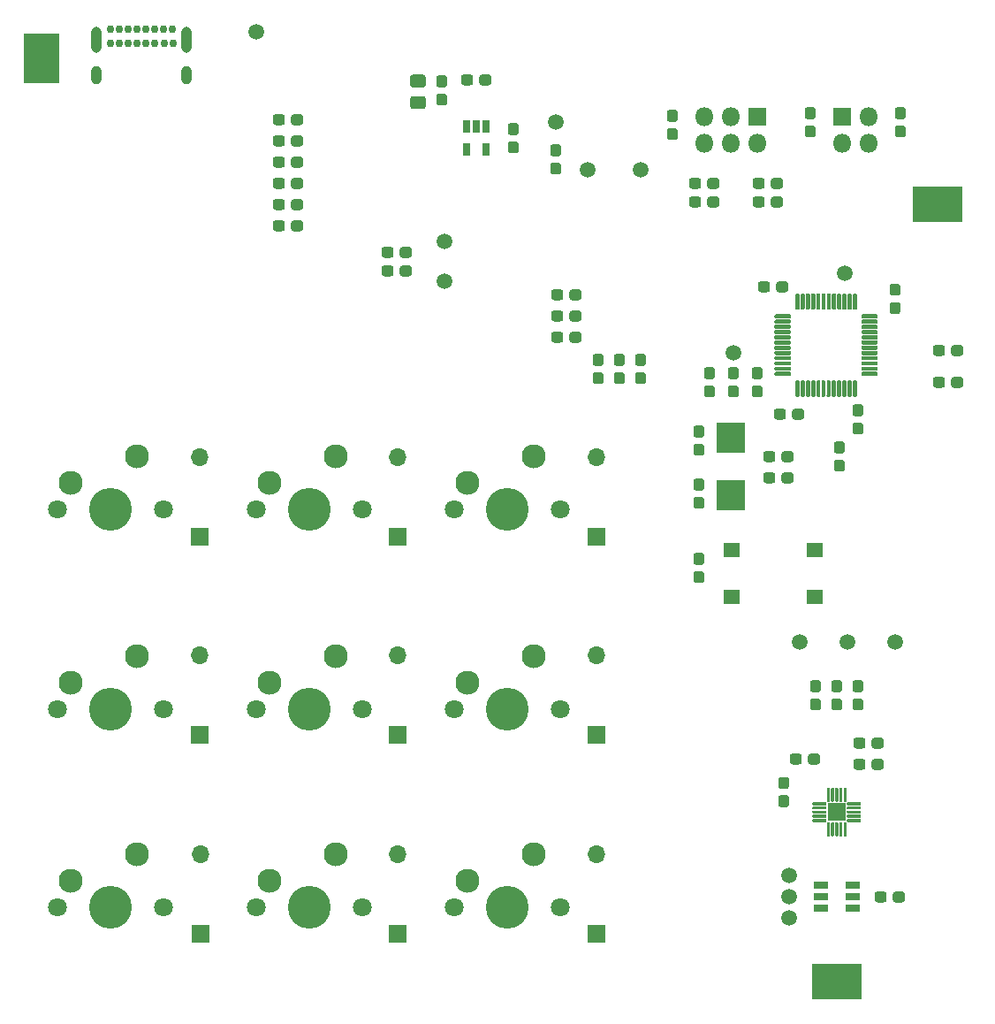
<source format=gbr>
%TF.GenerationSoftware,KiCad,Pcbnew,(5.1.6)-1*%
%TF.CreationDate,2020-09-26T21:35:22-04:00*%
%TF.ProjectId,QAZ_testboard,51415a5f-7465-4737-9462-6f6172642e6b,v1.0*%
%TF.SameCoordinates,Original*%
%TF.FileFunction,Soldermask,Top*%
%TF.FilePolarity,Negative*%
%FSLAX46Y46*%
G04 Gerber Fmt 4.6, Leading zero omitted, Abs format (unit mm)*
G04 Created by KiCad (PCBNEW (5.1.6)-1) date 2020-09-26 21:35:22*
%MOMM*%
%LPD*%
G01*
G04 APERTURE LIST*
%ADD10R,4.700000X3.400000*%
%ADD11C,1.500000*%
%ADD12R,1.750000X1.750000*%
%ADD13R,2.700000X3.000000*%
%ADD14R,0.750000X1.160000*%
%ADD15R,3.400000X4.700000*%
%ADD16C,1.800000*%
%ADD17C,4.100000*%
%ADD18C,2.300000*%
%ADD19R,1.650000X1.400000*%
%ADD20R,1.400000X0.800000*%
%ADD21O,1.700000X1.700000*%
%ADD22R,1.700000X1.700000*%
%ADD23O,1.800000X1.800000*%
%ADD24R,1.800000X1.800000*%
%ADD25C,0.750000*%
%ADD26O,1.000000X2.500000*%
%ADD27O,1.000000X1.800000*%
G04 APERTURE END LIST*
D10*
%TO.C,TP3*%
X172212000Y-60198000D03*
%TD*%
%TO.C,C11*%
G36*
G01*
X158288000Y-80526500D02*
X158288000Y-80001500D01*
G75*
G02*
X158550500Y-79739000I262500J0D01*
G01*
X159175500Y-79739000D01*
G75*
G02*
X159438000Y-80001500I0J-262500D01*
G01*
X159438000Y-80526500D01*
G75*
G02*
X159175500Y-80789000I-262500J0D01*
G01*
X158550500Y-80789000D01*
G75*
G02*
X158288000Y-80526500I0J262500D01*
G01*
G37*
G36*
G01*
X156538000Y-80526500D02*
X156538000Y-80001500D01*
G75*
G02*
X156800500Y-79739000I262500J0D01*
G01*
X157425500Y-79739000D01*
G75*
G02*
X157688000Y-80001500I0J-262500D01*
G01*
X157688000Y-80526500D01*
G75*
G02*
X157425500Y-80789000I-262500J0D01*
G01*
X156800500Y-80789000D01*
G75*
G02*
X156538000Y-80526500I0J262500D01*
G01*
G37*
%TD*%
D11*
%TO.C,TP14*%
X124968000Y-67564000D03*
%TD*%
%TO.C,TP13*%
X124968000Y-63754000D03*
%TD*%
D12*
%TO.C,U3*%
X162560000Y-118364000D03*
G36*
G01*
X160235000Y-118039000D02*
X160235000Y-117889000D01*
G75*
G02*
X160310000Y-117814000I75000J0D01*
G01*
X161510000Y-117814000D01*
G75*
G02*
X161585000Y-117889000I0J-75000D01*
G01*
X161585000Y-118039000D01*
G75*
G02*
X161510000Y-118114000I-75000J0D01*
G01*
X160310000Y-118114000D01*
G75*
G02*
X160235000Y-118039000I0J75000D01*
G01*
G37*
G36*
G01*
X160235000Y-117639000D02*
X160235000Y-117489000D01*
G75*
G02*
X160310000Y-117414000I75000J0D01*
G01*
X161510000Y-117414000D01*
G75*
G02*
X161585000Y-117489000I0J-75000D01*
G01*
X161585000Y-117639000D01*
G75*
G02*
X161510000Y-117714000I-75000J0D01*
G01*
X160310000Y-117714000D01*
G75*
G02*
X160235000Y-117639000I0J75000D01*
G01*
G37*
G36*
G01*
X160235000Y-118439000D02*
X160235000Y-118289000D01*
G75*
G02*
X160310000Y-118214000I75000J0D01*
G01*
X161510000Y-118214000D01*
G75*
G02*
X161585000Y-118289000I0J-75000D01*
G01*
X161585000Y-118439000D01*
G75*
G02*
X161510000Y-118514000I-75000J0D01*
G01*
X160310000Y-118514000D01*
G75*
G02*
X160235000Y-118439000I0J75000D01*
G01*
G37*
G36*
G01*
X162010000Y-120614000D02*
X162010000Y-119414000D01*
G75*
G02*
X162085000Y-119339000I75000J0D01*
G01*
X162235000Y-119339000D01*
G75*
G02*
X162310000Y-119414000I0J-75000D01*
G01*
X162310000Y-120614000D01*
G75*
G02*
X162235000Y-120689000I-75000J0D01*
G01*
X162085000Y-120689000D01*
G75*
G02*
X162010000Y-120614000I0J75000D01*
G01*
G37*
G36*
G01*
X163535000Y-118839000D02*
X163535000Y-118689000D01*
G75*
G02*
X163610000Y-118614000I75000J0D01*
G01*
X164810000Y-118614000D01*
G75*
G02*
X164885000Y-118689000I0J-75000D01*
G01*
X164885000Y-118839000D01*
G75*
G02*
X164810000Y-118914000I-75000J0D01*
G01*
X163610000Y-118914000D01*
G75*
G02*
X163535000Y-118839000I0J75000D01*
G01*
G37*
G36*
G01*
X162810000Y-120614000D02*
X162810000Y-119414000D01*
G75*
G02*
X162885000Y-119339000I75000J0D01*
G01*
X163035000Y-119339000D01*
G75*
G02*
X163110000Y-119414000I0J-75000D01*
G01*
X163110000Y-120614000D01*
G75*
G02*
X163035000Y-120689000I-75000J0D01*
G01*
X162885000Y-120689000D01*
G75*
G02*
X162810000Y-120614000I0J75000D01*
G01*
G37*
G36*
G01*
X161610000Y-117314000D02*
X161610000Y-116114000D01*
G75*
G02*
X161685000Y-116039000I75000J0D01*
G01*
X161835000Y-116039000D01*
G75*
G02*
X161910000Y-116114000I0J-75000D01*
G01*
X161910000Y-117314000D01*
G75*
G02*
X161835000Y-117389000I-75000J0D01*
G01*
X161685000Y-117389000D01*
G75*
G02*
X161610000Y-117314000I0J75000D01*
G01*
G37*
G36*
G01*
X162810000Y-117314000D02*
X162810000Y-116114000D01*
G75*
G02*
X162885000Y-116039000I75000J0D01*
G01*
X163035000Y-116039000D01*
G75*
G02*
X163110000Y-116114000I0J-75000D01*
G01*
X163110000Y-117314000D01*
G75*
G02*
X163035000Y-117389000I-75000J0D01*
G01*
X162885000Y-117389000D01*
G75*
G02*
X162810000Y-117314000I0J75000D01*
G01*
G37*
G36*
G01*
X160235000Y-118839000D02*
X160235000Y-118689000D01*
G75*
G02*
X160310000Y-118614000I75000J0D01*
G01*
X161510000Y-118614000D01*
G75*
G02*
X161585000Y-118689000I0J-75000D01*
G01*
X161585000Y-118839000D01*
G75*
G02*
X161510000Y-118914000I-75000J0D01*
G01*
X160310000Y-118914000D01*
G75*
G02*
X160235000Y-118839000I0J75000D01*
G01*
G37*
G36*
G01*
X162410000Y-120614000D02*
X162410000Y-119414000D01*
G75*
G02*
X162485000Y-119339000I75000J0D01*
G01*
X162635000Y-119339000D01*
G75*
G02*
X162710000Y-119414000I0J-75000D01*
G01*
X162710000Y-120614000D01*
G75*
G02*
X162635000Y-120689000I-75000J0D01*
G01*
X162485000Y-120689000D01*
G75*
G02*
X162410000Y-120614000I0J75000D01*
G01*
G37*
G36*
G01*
X163535000Y-117639000D02*
X163535000Y-117489000D01*
G75*
G02*
X163610000Y-117414000I75000J0D01*
G01*
X164810000Y-117414000D01*
G75*
G02*
X164885000Y-117489000I0J-75000D01*
G01*
X164885000Y-117639000D01*
G75*
G02*
X164810000Y-117714000I-75000J0D01*
G01*
X163610000Y-117714000D01*
G75*
G02*
X163535000Y-117639000I0J75000D01*
G01*
G37*
G36*
G01*
X163210000Y-120614000D02*
X163210000Y-119414000D01*
G75*
G02*
X163285000Y-119339000I75000J0D01*
G01*
X163435000Y-119339000D01*
G75*
G02*
X163510000Y-119414000I0J-75000D01*
G01*
X163510000Y-120614000D01*
G75*
G02*
X163435000Y-120689000I-75000J0D01*
G01*
X163285000Y-120689000D01*
G75*
G02*
X163210000Y-120614000I0J75000D01*
G01*
G37*
G36*
G01*
X162010000Y-117314000D02*
X162010000Y-116114000D01*
G75*
G02*
X162085000Y-116039000I75000J0D01*
G01*
X162235000Y-116039000D01*
G75*
G02*
X162310000Y-116114000I0J-75000D01*
G01*
X162310000Y-117314000D01*
G75*
G02*
X162235000Y-117389000I-75000J0D01*
G01*
X162085000Y-117389000D01*
G75*
G02*
X162010000Y-117314000I0J75000D01*
G01*
G37*
G36*
G01*
X163210000Y-117314000D02*
X163210000Y-116114000D01*
G75*
G02*
X163285000Y-116039000I75000J0D01*
G01*
X163435000Y-116039000D01*
G75*
G02*
X163510000Y-116114000I0J-75000D01*
G01*
X163510000Y-117314000D01*
G75*
G02*
X163435000Y-117389000I-75000J0D01*
G01*
X163285000Y-117389000D01*
G75*
G02*
X163210000Y-117314000I0J75000D01*
G01*
G37*
G36*
G01*
X163535000Y-118439000D02*
X163535000Y-118289000D01*
G75*
G02*
X163610000Y-118214000I75000J0D01*
G01*
X164810000Y-118214000D01*
G75*
G02*
X164885000Y-118289000I0J-75000D01*
G01*
X164885000Y-118439000D01*
G75*
G02*
X164810000Y-118514000I-75000J0D01*
G01*
X163610000Y-118514000D01*
G75*
G02*
X163535000Y-118439000I0J75000D01*
G01*
G37*
G36*
G01*
X160235000Y-119239000D02*
X160235000Y-119089000D01*
G75*
G02*
X160310000Y-119014000I75000J0D01*
G01*
X161510000Y-119014000D01*
G75*
G02*
X161585000Y-119089000I0J-75000D01*
G01*
X161585000Y-119239000D01*
G75*
G02*
X161510000Y-119314000I-75000J0D01*
G01*
X160310000Y-119314000D01*
G75*
G02*
X160235000Y-119239000I0J75000D01*
G01*
G37*
G36*
G01*
X163535000Y-119239000D02*
X163535000Y-119089000D01*
G75*
G02*
X163610000Y-119014000I75000J0D01*
G01*
X164810000Y-119014000D01*
G75*
G02*
X164885000Y-119089000I0J-75000D01*
G01*
X164885000Y-119239000D01*
G75*
G02*
X164810000Y-119314000I-75000J0D01*
G01*
X163610000Y-119314000D01*
G75*
G02*
X163535000Y-119239000I0J75000D01*
G01*
G37*
G36*
G01*
X162410000Y-117314000D02*
X162410000Y-116114000D01*
G75*
G02*
X162485000Y-116039000I75000J0D01*
G01*
X162635000Y-116039000D01*
G75*
G02*
X162710000Y-116114000I0J-75000D01*
G01*
X162710000Y-117314000D01*
G75*
G02*
X162635000Y-117389000I-75000J0D01*
G01*
X162485000Y-117389000D01*
G75*
G02*
X162410000Y-117314000I0J75000D01*
G01*
G37*
G36*
G01*
X161610000Y-120614000D02*
X161610000Y-119414000D01*
G75*
G02*
X161685000Y-119339000I75000J0D01*
G01*
X161835000Y-119339000D01*
G75*
G02*
X161910000Y-119414000I0J-75000D01*
G01*
X161910000Y-120614000D01*
G75*
G02*
X161835000Y-120689000I-75000J0D01*
G01*
X161685000Y-120689000D01*
G75*
G02*
X161610000Y-120614000I0J75000D01*
G01*
G37*
G36*
G01*
X163535000Y-118039000D02*
X163535000Y-117889000D01*
G75*
G02*
X163610000Y-117814000I75000J0D01*
G01*
X164810000Y-117814000D01*
G75*
G02*
X164885000Y-117889000I0J-75000D01*
G01*
X164885000Y-118039000D01*
G75*
G02*
X164810000Y-118114000I-75000J0D01*
G01*
X163610000Y-118114000D01*
G75*
G02*
X163535000Y-118039000I0J75000D01*
G01*
G37*
%TD*%
D13*
%TO.C,Y1*%
X152400000Y-87994000D03*
X152400000Y-82494000D03*
%TD*%
%TO.C,U2*%
G36*
G01*
X158069000Y-76610000D02*
X156694000Y-76610000D01*
G75*
G02*
X156594000Y-76510000I0J100000D01*
G01*
X156594000Y-76310000D01*
G75*
G02*
X156694000Y-76210000I100000J0D01*
G01*
X158069000Y-76210000D01*
G75*
G02*
X158169000Y-76310000I0J-100000D01*
G01*
X158169000Y-76510000D01*
G75*
G02*
X158069000Y-76610000I-100000J0D01*
G01*
G37*
G36*
G01*
X158069000Y-76110000D02*
X156694000Y-76110000D01*
G75*
G02*
X156594000Y-76010000I0J100000D01*
G01*
X156594000Y-75810000D01*
G75*
G02*
X156694000Y-75710000I100000J0D01*
G01*
X158069000Y-75710000D01*
G75*
G02*
X158169000Y-75810000I0J-100000D01*
G01*
X158169000Y-76010000D01*
G75*
G02*
X158069000Y-76110000I-100000J0D01*
G01*
G37*
G36*
G01*
X158069000Y-75610000D02*
X156694000Y-75610000D01*
G75*
G02*
X156594000Y-75510000I0J100000D01*
G01*
X156594000Y-75310000D01*
G75*
G02*
X156694000Y-75210000I100000J0D01*
G01*
X158069000Y-75210000D01*
G75*
G02*
X158169000Y-75310000I0J-100000D01*
G01*
X158169000Y-75510000D01*
G75*
G02*
X158069000Y-75610000I-100000J0D01*
G01*
G37*
G36*
G01*
X158069000Y-75110000D02*
X156694000Y-75110000D01*
G75*
G02*
X156594000Y-75010000I0J100000D01*
G01*
X156594000Y-74810000D01*
G75*
G02*
X156694000Y-74710000I100000J0D01*
G01*
X158069000Y-74710000D01*
G75*
G02*
X158169000Y-74810000I0J-100000D01*
G01*
X158169000Y-75010000D01*
G75*
G02*
X158069000Y-75110000I-100000J0D01*
G01*
G37*
G36*
G01*
X158069000Y-74610000D02*
X156694000Y-74610000D01*
G75*
G02*
X156594000Y-74510000I0J100000D01*
G01*
X156594000Y-74310000D01*
G75*
G02*
X156694000Y-74210000I100000J0D01*
G01*
X158069000Y-74210000D01*
G75*
G02*
X158169000Y-74310000I0J-100000D01*
G01*
X158169000Y-74510000D01*
G75*
G02*
X158069000Y-74610000I-100000J0D01*
G01*
G37*
G36*
G01*
X158069000Y-74110000D02*
X156694000Y-74110000D01*
G75*
G02*
X156594000Y-74010000I0J100000D01*
G01*
X156594000Y-73810000D01*
G75*
G02*
X156694000Y-73710000I100000J0D01*
G01*
X158069000Y-73710000D01*
G75*
G02*
X158169000Y-73810000I0J-100000D01*
G01*
X158169000Y-74010000D01*
G75*
G02*
X158069000Y-74110000I-100000J0D01*
G01*
G37*
G36*
G01*
X158069000Y-73610000D02*
X156694000Y-73610000D01*
G75*
G02*
X156594000Y-73510000I0J100000D01*
G01*
X156594000Y-73310000D01*
G75*
G02*
X156694000Y-73210000I100000J0D01*
G01*
X158069000Y-73210000D01*
G75*
G02*
X158169000Y-73310000I0J-100000D01*
G01*
X158169000Y-73510000D01*
G75*
G02*
X158069000Y-73610000I-100000J0D01*
G01*
G37*
G36*
G01*
X158069000Y-73110000D02*
X156694000Y-73110000D01*
G75*
G02*
X156594000Y-73010000I0J100000D01*
G01*
X156594000Y-72810000D01*
G75*
G02*
X156694000Y-72710000I100000J0D01*
G01*
X158069000Y-72710000D01*
G75*
G02*
X158169000Y-72810000I0J-100000D01*
G01*
X158169000Y-73010000D01*
G75*
G02*
X158069000Y-73110000I-100000J0D01*
G01*
G37*
G36*
G01*
X158069000Y-72610000D02*
X156694000Y-72610000D01*
G75*
G02*
X156594000Y-72510000I0J100000D01*
G01*
X156594000Y-72310000D01*
G75*
G02*
X156694000Y-72210000I100000J0D01*
G01*
X158069000Y-72210000D01*
G75*
G02*
X158169000Y-72310000I0J-100000D01*
G01*
X158169000Y-72510000D01*
G75*
G02*
X158069000Y-72610000I-100000J0D01*
G01*
G37*
G36*
G01*
X158069000Y-72110000D02*
X156694000Y-72110000D01*
G75*
G02*
X156594000Y-72010000I0J100000D01*
G01*
X156594000Y-71810000D01*
G75*
G02*
X156694000Y-71710000I100000J0D01*
G01*
X158069000Y-71710000D01*
G75*
G02*
X158169000Y-71810000I0J-100000D01*
G01*
X158169000Y-72010000D01*
G75*
G02*
X158069000Y-72110000I-100000J0D01*
G01*
G37*
G36*
G01*
X158069000Y-71610000D02*
X156694000Y-71610000D01*
G75*
G02*
X156594000Y-71510000I0J100000D01*
G01*
X156594000Y-71310000D01*
G75*
G02*
X156694000Y-71210000I100000J0D01*
G01*
X158069000Y-71210000D01*
G75*
G02*
X158169000Y-71310000I0J-100000D01*
G01*
X158169000Y-71510000D01*
G75*
G02*
X158069000Y-71610000I-100000J0D01*
G01*
G37*
G36*
G01*
X158069000Y-71110000D02*
X156694000Y-71110000D01*
G75*
G02*
X156594000Y-71010000I0J100000D01*
G01*
X156594000Y-70810000D01*
G75*
G02*
X156694000Y-70710000I100000J0D01*
G01*
X158069000Y-70710000D01*
G75*
G02*
X158169000Y-70810000I0J-100000D01*
G01*
X158169000Y-71010000D01*
G75*
G02*
X158069000Y-71110000I-100000J0D01*
G01*
G37*
G36*
G01*
X158894000Y-70285000D02*
X158694000Y-70285000D01*
G75*
G02*
X158594000Y-70185000I0J100000D01*
G01*
X158594000Y-68810000D01*
G75*
G02*
X158694000Y-68710000I100000J0D01*
G01*
X158894000Y-68710000D01*
G75*
G02*
X158994000Y-68810000I0J-100000D01*
G01*
X158994000Y-70185000D01*
G75*
G02*
X158894000Y-70285000I-100000J0D01*
G01*
G37*
G36*
G01*
X159394000Y-70285000D02*
X159194000Y-70285000D01*
G75*
G02*
X159094000Y-70185000I0J100000D01*
G01*
X159094000Y-68810000D01*
G75*
G02*
X159194000Y-68710000I100000J0D01*
G01*
X159394000Y-68710000D01*
G75*
G02*
X159494000Y-68810000I0J-100000D01*
G01*
X159494000Y-70185000D01*
G75*
G02*
X159394000Y-70285000I-100000J0D01*
G01*
G37*
G36*
G01*
X159894000Y-70285000D02*
X159694000Y-70285000D01*
G75*
G02*
X159594000Y-70185000I0J100000D01*
G01*
X159594000Y-68810000D01*
G75*
G02*
X159694000Y-68710000I100000J0D01*
G01*
X159894000Y-68710000D01*
G75*
G02*
X159994000Y-68810000I0J-100000D01*
G01*
X159994000Y-70185000D01*
G75*
G02*
X159894000Y-70285000I-100000J0D01*
G01*
G37*
G36*
G01*
X160394000Y-70285000D02*
X160194000Y-70285000D01*
G75*
G02*
X160094000Y-70185000I0J100000D01*
G01*
X160094000Y-68810000D01*
G75*
G02*
X160194000Y-68710000I100000J0D01*
G01*
X160394000Y-68710000D01*
G75*
G02*
X160494000Y-68810000I0J-100000D01*
G01*
X160494000Y-70185000D01*
G75*
G02*
X160394000Y-70285000I-100000J0D01*
G01*
G37*
G36*
G01*
X160894000Y-70285000D02*
X160694000Y-70285000D01*
G75*
G02*
X160594000Y-70185000I0J100000D01*
G01*
X160594000Y-68810000D01*
G75*
G02*
X160694000Y-68710000I100000J0D01*
G01*
X160894000Y-68710000D01*
G75*
G02*
X160994000Y-68810000I0J-100000D01*
G01*
X160994000Y-70185000D01*
G75*
G02*
X160894000Y-70285000I-100000J0D01*
G01*
G37*
G36*
G01*
X161394000Y-70285000D02*
X161194000Y-70285000D01*
G75*
G02*
X161094000Y-70185000I0J100000D01*
G01*
X161094000Y-68810000D01*
G75*
G02*
X161194000Y-68710000I100000J0D01*
G01*
X161394000Y-68710000D01*
G75*
G02*
X161494000Y-68810000I0J-100000D01*
G01*
X161494000Y-70185000D01*
G75*
G02*
X161394000Y-70285000I-100000J0D01*
G01*
G37*
G36*
G01*
X161894000Y-70285000D02*
X161694000Y-70285000D01*
G75*
G02*
X161594000Y-70185000I0J100000D01*
G01*
X161594000Y-68810000D01*
G75*
G02*
X161694000Y-68710000I100000J0D01*
G01*
X161894000Y-68710000D01*
G75*
G02*
X161994000Y-68810000I0J-100000D01*
G01*
X161994000Y-70185000D01*
G75*
G02*
X161894000Y-70285000I-100000J0D01*
G01*
G37*
G36*
G01*
X162394000Y-70285000D02*
X162194000Y-70285000D01*
G75*
G02*
X162094000Y-70185000I0J100000D01*
G01*
X162094000Y-68810000D01*
G75*
G02*
X162194000Y-68710000I100000J0D01*
G01*
X162394000Y-68710000D01*
G75*
G02*
X162494000Y-68810000I0J-100000D01*
G01*
X162494000Y-70185000D01*
G75*
G02*
X162394000Y-70285000I-100000J0D01*
G01*
G37*
G36*
G01*
X162894000Y-70285000D02*
X162694000Y-70285000D01*
G75*
G02*
X162594000Y-70185000I0J100000D01*
G01*
X162594000Y-68810000D01*
G75*
G02*
X162694000Y-68710000I100000J0D01*
G01*
X162894000Y-68710000D01*
G75*
G02*
X162994000Y-68810000I0J-100000D01*
G01*
X162994000Y-70185000D01*
G75*
G02*
X162894000Y-70285000I-100000J0D01*
G01*
G37*
G36*
G01*
X163394000Y-70285000D02*
X163194000Y-70285000D01*
G75*
G02*
X163094000Y-70185000I0J100000D01*
G01*
X163094000Y-68810000D01*
G75*
G02*
X163194000Y-68710000I100000J0D01*
G01*
X163394000Y-68710000D01*
G75*
G02*
X163494000Y-68810000I0J-100000D01*
G01*
X163494000Y-70185000D01*
G75*
G02*
X163394000Y-70285000I-100000J0D01*
G01*
G37*
G36*
G01*
X163894000Y-70285000D02*
X163694000Y-70285000D01*
G75*
G02*
X163594000Y-70185000I0J100000D01*
G01*
X163594000Y-68810000D01*
G75*
G02*
X163694000Y-68710000I100000J0D01*
G01*
X163894000Y-68710000D01*
G75*
G02*
X163994000Y-68810000I0J-100000D01*
G01*
X163994000Y-70185000D01*
G75*
G02*
X163894000Y-70285000I-100000J0D01*
G01*
G37*
G36*
G01*
X164394000Y-70285000D02*
X164194000Y-70285000D01*
G75*
G02*
X164094000Y-70185000I0J100000D01*
G01*
X164094000Y-68810000D01*
G75*
G02*
X164194000Y-68710000I100000J0D01*
G01*
X164394000Y-68710000D01*
G75*
G02*
X164494000Y-68810000I0J-100000D01*
G01*
X164494000Y-70185000D01*
G75*
G02*
X164394000Y-70285000I-100000J0D01*
G01*
G37*
G36*
G01*
X166394000Y-71110000D02*
X165019000Y-71110000D01*
G75*
G02*
X164919000Y-71010000I0J100000D01*
G01*
X164919000Y-70810000D01*
G75*
G02*
X165019000Y-70710000I100000J0D01*
G01*
X166394000Y-70710000D01*
G75*
G02*
X166494000Y-70810000I0J-100000D01*
G01*
X166494000Y-71010000D01*
G75*
G02*
X166394000Y-71110000I-100000J0D01*
G01*
G37*
G36*
G01*
X166394000Y-71610000D02*
X165019000Y-71610000D01*
G75*
G02*
X164919000Y-71510000I0J100000D01*
G01*
X164919000Y-71310000D01*
G75*
G02*
X165019000Y-71210000I100000J0D01*
G01*
X166394000Y-71210000D01*
G75*
G02*
X166494000Y-71310000I0J-100000D01*
G01*
X166494000Y-71510000D01*
G75*
G02*
X166394000Y-71610000I-100000J0D01*
G01*
G37*
G36*
G01*
X166394000Y-72110000D02*
X165019000Y-72110000D01*
G75*
G02*
X164919000Y-72010000I0J100000D01*
G01*
X164919000Y-71810000D01*
G75*
G02*
X165019000Y-71710000I100000J0D01*
G01*
X166394000Y-71710000D01*
G75*
G02*
X166494000Y-71810000I0J-100000D01*
G01*
X166494000Y-72010000D01*
G75*
G02*
X166394000Y-72110000I-100000J0D01*
G01*
G37*
G36*
G01*
X166394000Y-72610000D02*
X165019000Y-72610000D01*
G75*
G02*
X164919000Y-72510000I0J100000D01*
G01*
X164919000Y-72310000D01*
G75*
G02*
X165019000Y-72210000I100000J0D01*
G01*
X166394000Y-72210000D01*
G75*
G02*
X166494000Y-72310000I0J-100000D01*
G01*
X166494000Y-72510000D01*
G75*
G02*
X166394000Y-72610000I-100000J0D01*
G01*
G37*
G36*
G01*
X166394000Y-73110000D02*
X165019000Y-73110000D01*
G75*
G02*
X164919000Y-73010000I0J100000D01*
G01*
X164919000Y-72810000D01*
G75*
G02*
X165019000Y-72710000I100000J0D01*
G01*
X166394000Y-72710000D01*
G75*
G02*
X166494000Y-72810000I0J-100000D01*
G01*
X166494000Y-73010000D01*
G75*
G02*
X166394000Y-73110000I-100000J0D01*
G01*
G37*
G36*
G01*
X166394000Y-73610000D02*
X165019000Y-73610000D01*
G75*
G02*
X164919000Y-73510000I0J100000D01*
G01*
X164919000Y-73310000D01*
G75*
G02*
X165019000Y-73210000I100000J0D01*
G01*
X166394000Y-73210000D01*
G75*
G02*
X166494000Y-73310000I0J-100000D01*
G01*
X166494000Y-73510000D01*
G75*
G02*
X166394000Y-73610000I-100000J0D01*
G01*
G37*
G36*
G01*
X166394000Y-74110000D02*
X165019000Y-74110000D01*
G75*
G02*
X164919000Y-74010000I0J100000D01*
G01*
X164919000Y-73810000D01*
G75*
G02*
X165019000Y-73710000I100000J0D01*
G01*
X166394000Y-73710000D01*
G75*
G02*
X166494000Y-73810000I0J-100000D01*
G01*
X166494000Y-74010000D01*
G75*
G02*
X166394000Y-74110000I-100000J0D01*
G01*
G37*
G36*
G01*
X166394000Y-74610000D02*
X165019000Y-74610000D01*
G75*
G02*
X164919000Y-74510000I0J100000D01*
G01*
X164919000Y-74310000D01*
G75*
G02*
X165019000Y-74210000I100000J0D01*
G01*
X166394000Y-74210000D01*
G75*
G02*
X166494000Y-74310000I0J-100000D01*
G01*
X166494000Y-74510000D01*
G75*
G02*
X166394000Y-74610000I-100000J0D01*
G01*
G37*
G36*
G01*
X166394000Y-75110000D02*
X165019000Y-75110000D01*
G75*
G02*
X164919000Y-75010000I0J100000D01*
G01*
X164919000Y-74810000D01*
G75*
G02*
X165019000Y-74710000I100000J0D01*
G01*
X166394000Y-74710000D01*
G75*
G02*
X166494000Y-74810000I0J-100000D01*
G01*
X166494000Y-75010000D01*
G75*
G02*
X166394000Y-75110000I-100000J0D01*
G01*
G37*
G36*
G01*
X166394000Y-75610000D02*
X165019000Y-75610000D01*
G75*
G02*
X164919000Y-75510000I0J100000D01*
G01*
X164919000Y-75310000D01*
G75*
G02*
X165019000Y-75210000I100000J0D01*
G01*
X166394000Y-75210000D01*
G75*
G02*
X166494000Y-75310000I0J-100000D01*
G01*
X166494000Y-75510000D01*
G75*
G02*
X166394000Y-75610000I-100000J0D01*
G01*
G37*
G36*
G01*
X166394000Y-76110000D02*
X165019000Y-76110000D01*
G75*
G02*
X164919000Y-76010000I0J100000D01*
G01*
X164919000Y-75810000D01*
G75*
G02*
X165019000Y-75710000I100000J0D01*
G01*
X166394000Y-75710000D01*
G75*
G02*
X166494000Y-75810000I0J-100000D01*
G01*
X166494000Y-76010000D01*
G75*
G02*
X166394000Y-76110000I-100000J0D01*
G01*
G37*
G36*
G01*
X166394000Y-76610000D02*
X165019000Y-76610000D01*
G75*
G02*
X164919000Y-76510000I0J100000D01*
G01*
X164919000Y-76310000D01*
G75*
G02*
X165019000Y-76210000I100000J0D01*
G01*
X166394000Y-76210000D01*
G75*
G02*
X166494000Y-76310000I0J-100000D01*
G01*
X166494000Y-76510000D01*
G75*
G02*
X166394000Y-76610000I-100000J0D01*
G01*
G37*
G36*
G01*
X164394000Y-78610000D02*
X164194000Y-78610000D01*
G75*
G02*
X164094000Y-78510000I0J100000D01*
G01*
X164094000Y-77135000D01*
G75*
G02*
X164194000Y-77035000I100000J0D01*
G01*
X164394000Y-77035000D01*
G75*
G02*
X164494000Y-77135000I0J-100000D01*
G01*
X164494000Y-78510000D01*
G75*
G02*
X164394000Y-78610000I-100000J0D01*
G01*
G37*
G36*
G01*
X163894000Y-78610000D02*
X163694000Y-78610000D01*
G75*
G02*
X163594000Y-78510000I0J100000D01*
G01*
X163594000Y-77135000D01*
G75*
G02*
X163694000Y-77035000I100000J0D01*
G01*
X163894000Y-77035000D01*
G75*
G02*
X163994000Y-77135000I0J-100000D01*
G01*
X163994000Y-78510000D01*
G75*
G02*
X163894000Y-78610000I-100000J0D01*
G01*
G37*
G36*
G01*
X163394000Y-78610000D02*
X163194000Y-78610000D01*
G75*
G02*
X163094000Y-78510000I0J100000D01*
G01*
X163094000Y-77135000D01*
G75*
G02*
X163194000Y-77035000I100000J0D01*
G01*
X163394000Y-77035000D01*
G75*
G02*
X163494000Y-77135000I0J-100000D01*
G01*
X163494000Y-78510000D01*
G75*
G02*
X163394000Y-78610000I-100000J0D01*
G01*
G37*
G36*
G01*
X162894000Y-78610000D02*
X162694000Y-78610000D01*
G75*
G02*
X162594000Y-78510000I0J100000D01*
G01*
X162594000Y-77135000D01*
G75*
G02*
X162694000Y-77035000I100000J0D01*
G01*
X162894000Y-77035000D01*
G75*
G02*
X162994000Y-77135000I0J-100000D01*
G01*
X162994000Y-78510000D01*
G75*
G02*
X162894000Y-78610000I-100000J0D01*
G01*
G37*
G36*
G01*
X162394000Y-78610000D02*
X162194000Y-78610000D01*
G75*
G02*
X162094000Y-78510000I0J100000D01*
G01*
X162094000Y-77135000D01*
G75*
G02*
X162194000Y-77035000I100000J0D01*
G01*
X162394000Y-77035000D01*
G75*
G02*
X162494000Y-77135000I0J-100000D01*
G01*
X162494000Y-78510000D01*
G75*
G02*
X162394000Y-78610000I-100000J0D01*
G01*
G37*
G36*
G01*
X161894000Y-78610000D02*
X161694000Y-78610000D01*
G75*
G02*
X161594000Y-78510000I0J100000D01*
G01*
X161594000Y-77135000D01*
G75*
G02*
X161694000Y-77035000I100000J0D01*
G01*
X161894000Y-77035000D01*
G75*
G02*
X161994000Y-77135000I0J-100000D01*
G01*
X161994000Y-78510000D01*
G75*
G02*
X161894000Y-78610000I-100000J0D01*
G01*
G37*
G36*
G01*
X161394000Y-78610000D02*
X161194000Y-78610000D01*
G75*
G02*
X161094000Y-78510000I0J100000D01*
G01*
X161094000Y-77135000D01*
G75*
G02*
X161194000Y-77035000I100000J0D01*
G01*
X161394000Y-77035000D01*
G75*
G02*
X161494000Y-77135000I0J-100000D01*
G01*
X161494000Y-78510000D01*
G75*
G02*
X161394000Y-78610000I-100000J0D01*
G01*
G37*
G36*
G01*
X160894000Y-78610000D02*
X160694000Y-78610000D01*
G75*
G02*
X160594000Y-78510000I0J100000D01*
G01*
X160594000Y-77135000D01*
G75*
G02*
X160694000Y-77035000I100000J0D01*
G01*
X160894000Y-77035000D01*
G75*
G02*
X160994000Y-77135000I0J-100000D01*
G01*
X160994000Y-78510000D01*
G75*
G02*
X160894000Y-78610000I-100000J0D01*
G01*
G37*
G36*
G01*
X160394000Y-78610000D02*
X160194000Y-78610000D01*
G75*
G02*
X160094000Y-78510000I0J100000D01*
G01*
X160094000Y-77135000D01*
G75*
G02*
X160194000Y-77035000I100000J0D01*
G01*
X160394000Y-77035000D01*
G75*
G02*
X160494000Y-77135000I0J-100000D01*
G01*
X160494000Y-78510000D01*
G75*
G02*
X160394000Y-78610000I-100000J0D01*
G01*
G37*
G36*
G01*
X159894000Y-78610000D02*
X159694000Y-78610000D01*
G75*
G02*
X159594000Y-78510000I0J100000D01*
G01*
X159594000Y-77135000D01*
G75*
G02*
X159694000Y-77035000I100000J0D01*
G01*
X159894000Y-77035000D01*
G75*
G02*
X159994000Y-77135000I0J-100000D01*
G01*
X159994000Y-78510000D01*
G75*
G02*
X159894000Y-78610000I-100000J0D01*
G01*
G37*
G36*
G01*
X159394000Y-78610000D02*
X159194000Y-78610000D01*
G75*
G02*
X159094000Y-78510000I0J100000D01*
G01*
X159094000Y-77135000D01*
G75*
G02*
X159194000Y-77035000I100000J0D01*
G01*
X159394000Y-77035000D01*
G75*
G02*
X159494000Y-77135000I0J-100000D01*
G01*
X159494000Y-78510000D01*
G75*
G02*
X159394000Y-78610000I-100000J0D01*
G01*
G37*
G36*
G01*
X158894000Y-78610000D02*
X158694000Y-78610000D01*
G75*
G02*
X158594000Y-78510000I0J100000D01*
G01*
X158594000Y-77135000D01*
G75*
G02*
X158694000Y-77035000I100000J0D01*
G01*
X158894000Y-77035000D01*
G75*
G02*
X158994000Y-77135000I0J-100000D01*
G01*
X158994000Y-78510000D01*
G75*
G02*
X158894000Y-78610000I-100000J0D01*
G01*
G37*
%TD*%
D14*
%TO.C,U1*%
X128966000Y-54948000D03*
X127066000Y-54948000D03*
X127066000Y-52748000D03*
X128016000Y-52748000D03*
X128966000Y-52748000D03*
%TD*%
D11*
%TO.C,TP17*%
X157988000Y-128524000D03*
%TD*%
%TO.C,TP16*%
X157988000Y-126492000D03*
%TD*%
%TO.C,TP15*%
X157988000Y-124460000D03*
%TD*%
%TO.C,TP12*%
X163322000Y-66802000D03*
%TD*%
%TO.C,TP9*%
X159004000Y-102108000D03*
%TD*%
%TO.C,TP11*%
X163576000Y-102108000D03*
%TD*%
%TO.C,TP10*%
X168148000Y-102108000D03*
%TD*%
%TO.C,TP8*%
X152654000Y-74422000D03*
%TD*%
%TO.C,TP7*%
X143764000Y-56896000D03*
%TD*%
%TO.C,TP6*%
X138684000Y-56896000D03*
%TD*%
%TO.C,TP5*%
X135636000Y-52324000D03*
%TD*%
D10*
%TO.C,TP4*%
X162560000Y-134620000D03*
%TD*%
D15*
%TO.C,TP2*%
X86360000Y-46228000D03*
%TD*%
D11*
%TO.C,TP1*%
X106934000Y-43688000D03*
%TD*%
D16*
%TO.C,SW10*%
X136080000Y-127500000D03*
X125920000Y-127500000D03*
D17*
X131000000Y-127500000D03*
D18*
X127190000Y-124960000D03*
X133540000Y-122420000D03*
%TD*%
D16*
%TO.C,SW9*%
X136080000Y-108500000D03*
X125920000Y-108500000D03*
D17*
X131000000Y-108500000D03*
D18*
X127190000Y-105960000D03*
X133540000Y-103420000D03*
%TD*%
D16*
%TO.C,SW8*%
X136080000Y-89408000D03*
X125920000Y-89408000D03*
D17*
X131000000Y-89408000D03*
D18*
X127190000Y-86868000D03*
X133540000Y-84328000D03*
%TD*%
D16*
%TO.C,SW7*%
X117080000Y-127500000D03*
X106920000Y-127500000D03*
D17*
X112000000Y-127500000D03*
D18*
X108190000Y-124960000D03*
X114540000Y-122420000D03*
%TD*%
D16*
%TO.C,SW6*%
X117080000Y-108500000D03*
X106920000Y-108500000D03*
D17*
X112000000Y-108500000D03*
D18*
X108190000Y-105960000D03*
X114540000Y-103420000D03*
%TD*%
D16*
%TO.C,SW5*%
X117080000Y-89408000D03*
X106920000Y-89408000D03*
D17*
X112000000Y-89408000D03*
D18*
X108190000Y-86868000D03*
X114540000Y-84328000D03*
%TD*%
D16*
%TO.C,SW4*%
X98080000Y-127500000D03*
X87920000Y-127500000D03*
D17*
X93000000Y-127500000D03*
D18*
X89190000Y-124960000D03*
X95540000Y-122420000D03*
%TD*%
D16*
%TO.C,SW3*%
X98080000Y-108500000D03*
X87920000Y-108500000D03*
D17*
X93000000Y-108500000D03*
D18*
X89190000Y-105960000D03*
X95540000Y-103420000D03*
%TD*%
D16*
%TO.C,SW2*%
X98080000Y-89408000D03*
X87920000Y-89408000D03*
D17*
X93000000Y-89408000D03*
D18*
X89190000Y-86868000D03*
X95540000Y-84328000D03*
%TD*%
D19*
%TO.C,SW1*%
X152484000Y-93254000D03*
X152484000Y-97754000D03*
X160444000Y-97754000D03*
X160444000Y-93254000D03*
%TD*%
%TO.C,SB20*%
G36*
G01*
X167940000Y-126754500D02*
X167940000Y-126229500D01*
G75*
G02*
X168202500Y-125967000I262500J0D01*
G01*
X168827500Y-125967000D01*
G75*
G02*
X169090000Y-126229500I0J-262500D01*
G01*
X169090000Y-126754500D01*
G75*
G02*
X168827500Y-127017000I-262500J0D01*
G01*
X168202500Y-127017000D01*
G75*
G02*
X167940000Y-126754500I0J262500D01*
G01*
G37*
G36*
G01*
X166190000Y-126754500D02*
X166190000Y-126229500D01*
G75*
G02*
X166452500Y-125967000I262500J0D01*
G01*
X167077500Y-125967000D01*
G75*
G02*
X167340000Y-126229500I0J-262500D01*
G01*
X167340000Y-126754500D01*
G75*
G02*
X167077500Y-127017000I-262500J0D01*
G01*
X166452500Y-127017000D01*
G75*
G02*
X166190000Y-126754500I0J262500D01*
G01*
G37*
%TD*%
%TO.C,SB19*%
G36*
G01*
X141994500Y-75646000D02*
X141469500Y-75646000D01*
G75*
G02*
X141207000Y-75383500I0J262500D01*
G01*
X141207000Y-74758500D01*
G75*
G02*
X141469500Y-74496000I262500J0D01*
G01*
X141994500Y-74496000D01*
G75*
G02*
X142257000Y-74758500I0J-262500D01*
G01*
X142257000Y-75383500D01*
G75*
G02*
X141994500Y-75646000I-262500J0D01*
G01*
G37*
G36*
G01*
X141994500Y-77396000D02*
X141469500Y-77396000D01*
G75*
G02*
X141207000Y-77133500I0J262500D01*
G01*
X141207000Y-76508500D01*
G75*
G02*
X141469500Y-76246000I262500J0D01*
G01*
X141994500Y-76246000D01*
G75*
G02*
X142257000Y-76508500I0J-262500D01*
G01*
X142257000Y-77133500D01*
G75*
G02*
X141994500Y-77396000I-262500J0D01*
G01*
G37*
%TD*%
%TO.C,SB18*%
G36*
G01*
X136952000Y-71128500D02*
X136952000Y-70603500D01*
G75*
G02*
X137214500Y-70341000I262500J0D01*
G01*
X137839500Y-70341000D01*
G75*
G02*
X138102000Y-70603500I0J-262500D01*
G01*
X138102000Y-71128500D01*
G75*
G02*
X137839500Y-71391000I-262500J0D01*
G01*
X137214500Y-71391000D01*
G75*
G02*
X136952000Y-71128500I0J262500D01*
G01*
G37*
G36*
G01*
X135202000Y-71128500D02*
X135202000Y-70603500D01*
G75*
G02*
X135464500Y-70341000I262500J0D01*
G01*
X136089500Y-70341000D01*
G75*
G02*
X136352000Y-70603500I0J-262500D01*
G01*
X136352000Y-71128500D01*
G75*
G02*
X136089500Y-71391000I-262500J0D01*
G01*
X135464500Y-71391000D01*
G75*
G02*
X135202000Y-71128500I0J262500D01*
G01*
G37*
%TD*%
%TO.C,SB17*%
G36*
G01*
X136952000Y-69096500D02*
X136952000Y-68571500D01*
G75*
G02*
X137214500Y-68309000I262500J0D01*
G01*
X137839500Y-68309000D01*
G75*
G02*
X138102000Y-68571500I0J-262500D01*
G01*
X138102000Y-69096500D01*
G75*
G02*
X137839500Y-69359000I-262500J0D01*
G01*
X137214500Y-69359000D01*
G75*
G02*
X136952000Y-69096500I0J262500D01*
G01*
G37*
G36*
G01*
X135202000Y-69096500D02*
X135202000Y-68571500D01*
G75*
G02*
X135464500Y-68309000I262500J0D01*
G01*
X136089500Y-68309000D01*
G75*
G02*
X136352000Y-68571500I0J-262500D01*
G01*
X136352000Y-69096500D01*
G75*
G02*
X136089500Y-69359000I-262500J0D01*
G01*
X135464500Y-69359000D01*
G75*
G02*
X135202000Y-69096500I0J262500D01*
G01*
G37*
%TD*%
%TO.C,SB16*%
G36*
G01*
X162297500Y-107488000D02*
X162822500Y-107488000D01*
G75*
G02*
X163085000Y-107750500I0J-262500D01*
G01*
X163085000Y-108375500D01*
G75*
G02*
X162822500Y-108638000I-262500J0D01*
G01*
X162297500Y-108638000D01*
G75*
G02*
X162035000Y-108375500I0J262500D01*
G01*
X162035000Y-107750500D01*
G75*
G02*
X162297500Y-107488000I262500J0D01*
G01*
G37*
G36*
G01*
X162297500Y-105738000D02*
X162822500Y-105738000D01*
G75*
G02*
X163085000Y-106000500I0J-262500D01*
G01*
X163085000Y-106625500D01*
G75*
G02*
X162822500Y-106888000I-262500J0D01*
G01*
X162297500Y-106888000D01*
G75*
G02*
X162035000Y-106625500I0J262500D01*
G01*
X162035000Y-106000500D01*
G75*
G02*
X162297500Y-105738000I262500J0D01*
G01*
G37*
%TD*%
%TO.C,SB15*%
G36*
G01*
X164329500Y-107488000D02*
X164854500Y-107488000D01*
G75*
G02*
X165117000Y-107750500I0J-262500D01*
G01*
X165117000Y-108375500D01*
G75*
G02*
X164854500Y-108638000I-262500J0D01*
G01*
X164329500Y-108638000D01*
G75*
G02*
X164067000Y-108375500I0J262500D01*
G01*
X164067000Y-107750500D01*
G75*
G02*
X164329500Y-107488000I262500J0D01*
G01*
G37*
G36*
G01*
X164329500Y-105738000D02*
X164854500Y-105738000D01*
G75*
G02*
X165117000Y-106000500I0J-262500D01*
G01*
X165117000Y-106625500D01*
G75*
G02*
X164854500Y-106888000I-262500J0D01*
G01*
X164329500Y-106888000D01*
G75*
G02*
X164067000Y-106625500I0J262500D01*
G01*
X164067000Y-106000500D01*
G75*
G02*
X164329500Y-105738000I262500J0D01*
G01*
G37*
%TD*%
%TO.C,SB14*%
G36*
G01*
X160265500Y-107488000D02*
X160790500Y-107488000D01*
G75*
G02*
X161053000Y-107750500I0J-262500D01*
G01*
X161053000Y-108375500D01*
G75*
G02*
X160790500Y-108638000I-262500J0D01*
G01*
X160265500Y-108638000D01*
G75*
G02*
X160003000Y-108375500I0J262500D01*
G01*
X160003000Y-107750500D01*
G75*
G02*
X160265500Y-107488000I262500J0D01*
G01*
G37*
G36*
G01*
X160265500Y-105738000D02*
X160790500Y-105738000D01*
G75*
G02*
X161053000Y-106000500I0J-262500D01*
G01*
X161053000Y-106625500D01*
G75*
G02*
X160790500Y-106888000I-262500J0D01*
G01*
X160265500Y-106888000D01*
G75*
G02*
X160003000Y-106625500I0J262500D01*
G01*
X160003000Y-106000500D01*
G75*
G02*
X160265500Y-105738000I262500J0D01*
G01*
G37*
%TD*%
%TO.C,SB13*%
G36*
G01*
X165908000Y-112022500D02*
X165908000Y-111497500D01*
G75*
G02*
X166170500Y-111235000I262500J0D01*
G01*
X166795500Y-111235000D01*
G75*
G02*
X167058000Y-111497500I0J-262500D01*
G01*
X167058000Y-112022500D01*
G75*
G02*
X166795500Y-112285000I-262500J0D01*
G01*
X166170500Y-112285000D01*
G75*
G02*
X165908000Y-112022500I0J262500D01*
G01*
G37*
G36*
G01*
X164158000Y-112022500D02*
X164158000Y-111497500D01*
G75*
G02*
X164420500Y-111235000I262500J0D01*
G01*
X165045500Y-111235000D01*
G75*
G02*
X165308000Y-111497500I0J-262500D01*
G01*
X165308000Y-112022500D01*
G75*
G02*
X165045500Y-112285000I-262500J0D01*
G01*
X164420500Y-112285000D01*
G75*
G02*
X164158000Y-112022500I0J262500D01*
G01*
G37*
%TD*%
%TO.C,SB12*%
G36*
G01*
X147074500Y-52278000D02*
X146549500Y-52278000D01*
G75*
G02*
X146287000Y-52015500I0J262500D01*
G01*
X146287000Y-51390500D01*
G75*
G02*
X146549500Y-51128000I262500J0D01*
G01*
X147074500Y-51128000D01*
G75*
G02*
X147337000Y-51390500I0J-262500D01*
G01*
X147337000Y-52015500D01*
G75*
G02*
X147074500Y-52278000I-262500J0D01*
G01*
G37*
G36*
G01*
X147074500Y-54028000D02*
X146549500Y-54028000D01*
G75*
G02*
X146287000Y-53765500I0J262500D01*
G01*
X146287000Y-53140500D01*
G75*
G02*
X146549500Y-52878000I262500J0D01*
G01*
X147074500Y-52878000D01*
G75*
G02*
X147337000Y-53140500I0J-262500D01*
G01*
X147337000Y-53765500D01*
G75*
G02*
X147074500Y-54028000I-262500J0D01*
G01*
G37*
%TD*%
%TO.C,SB11*%
G36*
G01*
X155656000Y-59681500D02*
X155656000Y-60206500D01*
G75*
G02*
X155393500Y-60469000I-262500J0D01*
G01*
X154768500Y-60469000D01*
G75*
G02*
X154506000Y-60206500I0J262500D01*
G01*
X154506000Y-59681500D01*
G75*
G02*
X154768500Y-59419000I262500J0D01*
G01*
X155393500Y-59419000D01*
G75*
G02*
X155656000Y-59681500I0J-262500D01*
G01*
G37*
G36*
G01*
X157406000Y-59681500D02*
X157406000Y-60206500D01*
G75*
G02*
X157143500Y-60469000I-262500J0D01*
G01*
X156518500Y-60469000D01*
G75*
G02*
X156256000Y-60206500I0J262500D01*
G01*
X156256000Y-59681500D01*
G75*
G02*
X156518500Y-59419000I262500J0D01*
G01*
X157143500Y-59419000D01*
G75*
G02*
X157406000Y-59681500I0J-262500D01*
G01*
G37*
%TD*%
%TO.C,SB10*%
G36*
G01*
X149560000Y-59681500D02*
X149560000Y-60206500D01*
G75*
G02*
X149297500Y-60469000I-262500J0D01*
G01*
X148672500Y-60469000D01*
G75*
G02*
X148410000Y-60206500I0J262500D01*
G01*
X148410000Y-59681500D01*
G75*
G02*
X148672500Y-59419000I262500J0D01*
G01*
X149297500Y-59419000D01*
G75*
G02*
X149560000Y-59681500I0J-262500D01*
G01*
G37*
G36*
G01*
X151310000Y-59681500D02*
X151310000Y-60206500D01*
G75*
G02*
X151047500Y-60469000I-262500J0D01*
G01*
X150422500Y-60469000D01*
G75*
G02*
X150160000Y-60206500I0J262500D01*
G01*
X150160000Y-59681500D01*
G75*
G02*
X150422500Y-59419000I262500J0D01*
G01*
X151047500Y-59419000D01*
G75*
G02*
X151310000Y-59681500I0J-262500D01*
G01*
G37*
%TD*%
%TO.C,SB9*%
G36*
G01*
X120696000Y-65032500D02*
X120696000Y-64507500D01*
G75*
G02*
X120958500Y-64245000I262500J0D01*
G01*
X121583500Y-64245000D01*
G75*
G02*
X121846000Y-64507500I0J-262500D01*
G01*
X121846000Y-65032500D01*
G75*
G02*
X121583500Y-65295000I-262500J0D01*
G01*
X120958500Y-65295000D01*
G75*
G02*
X120696000Y-65032500I0J262500D01*
G01*
G37*
G36*
G01*
X118946000Y-65032500D02*
X118946000Y-64507500D01*
G75*
G02*
X119208500Y-64245000I262500J0D01*
G01*
X119833500Y-64245000D01*
G75*
G02*
X120096000Y-64507500I0J-262500D01*
G01*
X120096000Y-65032500D01*
G75*
G02*
X119833500Y-65295000I-262500J0D01*
G01*
X119208500Y-65295000D01*
G75*
G02*
X118946000Y-65032500I0J262500D01*
G01*
G37*
%TD*%
%TO.C,SB8*%
G36*
G01*
X120696000Y-66810500D02*
X120696000Y-66285500D01*
G75*
G02*
X120958500Y-66023000I262500J0D01*
G01*
X121583500Y-66023000D01*
G75*
G02*
X121846000Y-66285500I0J-262500D01*
G01*
X121846000Y-66810500D01*
G75*
G02*
X121583500Y-67073000I-262500J0D01*
G01*
X120958500Y-67073000D01*
G75*
G02*
X120696000Y-66810500I0J262500D01*
G01*
G37*
G36*
G01*
X118946000Y-66810500D02*
X118946000Y-66285500D01*
G75*
G02*
X119208500Y-66023000I262500J0D01*
G01*
X119833500Y-66023000D01*
G75*
G02*
X120096000Y-66285500I0J-262500D01*
G01*
X120096000Y-66810500D01*
G75*
G02*
X119833500Y-67073000I-262500J0D01*
G01*
X119208500Y-67073000D01*
G75*
G02*
X118946000Y-66810500I0J262500D01*
G01*
G37*
%TD*%
%TO.C,SB7*%
G36*
G01*
X168918500Y-52024000D02*
X168393500Y-52024000D01*
G75*
G02*
X168131000Y-51761500I0J262500D01*
G01*
X168131000Y-51136500D01*
G75*
G02*
X168393500Y-50874000I262500J0D01*
G01*
X168918500Y-50874000D01*
G75*
G02*
X169181000Y-51136500I0J-262500D01*
G01*
X169181000Y-51761500D01*
G75*
G02*
X168918500Y-52024000I-262500J0D01*
G01*
G37*
G36*
G01*
X168918500Y-53774000D02*
X168393500Y-53774000D01*
G75*
G02*
X168131000Y-53511500I0J262500D01*
G01*
X168131000Y-52886500D01*
G75*
G02*
X168393500Y-52624000I262500J0D01*
G01*
X168918500Y-52624000D01*
G75*
G02*
X169181000Y-52886500I0J-262500D01*
G01*
X169181000Y-53511500D01*
G75*
G02*
X168918500Y-53774000I-262500J0D01*
G01*
G37*
%TD*%
%TO.C,SB6*%
G36*
G01*
X160282500Y-52024000D02*
X159757500Y-52024000D01*
G75*
G02*
X159495000Y-51761500I0J262500D01*
G01*
X159495000Y-51136500D01*
G75*
G02*
X159757500Y-50874000I262500J0D01*
G01*
X160282500Y-50874000D01*
G75*
G02*
X160545000Y-51136500I0J-262500D01*
G01*
X160545000Y-51761500D01*
G75*
G02*
X160282500Y-52024000I-262500J0D01*
G01*
G37*
G36*
G01*
X160282500Y-53774000D02*
X159757500Y-53774000D01*
G75*
G02*
X159495000Y-53511500I0J262500D01*
G01*
X159495000Y-52886500D01*
G75*
G02*
X159757500Y-52624000I262500J0D01*
G01*
X160282500Y-52624000D01*
G75*
G02*
X160545000Y-52886500I0J-262500D01*
G01*
X160545000Y-53511500D01*
G75*
G02*
X160282500Y-53774000I-262500J0D01*
G01*
G37*
%TD*%
%TO.C,SB5*%
G36*
G01*
X135373500Y-56180000D02*
X135898500Y-56180000D01*
G75*
G02*
X136161000Y-56442500I0J-262500D01*
G01*
X136161000Y-57067500D01*
G75*
G02*
X135898500Y-57330000I-262500J0D01*
G01*
X135373500Y-57330000D01*
G75*
G02*
X135111000Y-57067500I0J262500D01*
G01*
X135111000Y-56442500D01*
G75*
G02*
X135373500Y-56180000I262500J0D01*
G01*
G37*
G36*
G01*
X135373500Y-54430000D02*
X135898500Y-54430000D01*
G75*
G02*
X136161000Y-54692500I0J-262500D01*
G01*
X136161000Y-55317500D01*
G75*
G02*
X135898500Y-55580000I-262500J0D01*
G01*
X135373500Y-55580000D01*
G75*
G02*
X135111000Y-55317500I0J262500D01*
G01*
X135111000Y-54692500D01*
G75*
G02*
X135373500Y-54430000I262500J0D01*
G01*
G37*
%TD*%
%TO.C,SB4*%
G36*
G01*
X157272000Y-86622500D02*
X157272000Y-86097500D01*
G75*
G02*
X157534500Y-85835000I262500J0D01*
G01*
X158159500Y-85835000D01*
G75*
G02*
X158422000Y-86097500I0J-262500D01*
G01*
X158422000Y-86622500D01*
G75*
G02*
X158159500Y-86885000I-262500J0D01*
G01*
X157534500Y-86885000D01*
G75*
G02*
X157272000Y-86622500I0J262500D01*
G01*
G37*
G36*
G01*
X155522000Y-86622500D02*
X155522000Y-86097500D01*
G75*
G02*
X155784500Y-85835000I262500J0D01*
G01*
X156409500Y-85835000D01*
G75*
G02*
X156672000Y-86097500I0J-262500D01*
G01*
X156672000Y-86622500D01*
G75*
G02*
X156409500Y-86885000I-262500J0D01*
G01*
X155784500Y-86885000D01*
G75*
G02*
X155522000Y-86622500I0J262500D01*
G01*
G37*
%TD*%
%TO.C,SB3*%
G36*
G01*
X157272000Y-84590500D02*
X157272000Y-84065500D01*
G75*
G02*
X157534500Y-83803000I262500J0D01*
G01*
X158159500Y-83803000D01*
G75*
G02*
X158422000Y-84065500I0J-262500D01*
G01*
X158422000Y-84590500D01*
G75*
G02*
X158159500Y-84853000I-262500J0D01*
G01*
X157534500Y-84853000D01*
G75*
G02*
X157272000Y-84590500I0J262500D01*
G01*
G37*
G36*
G01*
X155522000Y-84590500D02*
X155522000Y-84065500D01*
G75*
G02*
X155784500Y-83803000I262500J0D01*
G01*
X156409500Y-83803000D01*
G75*
G02*
X156672000Y-84065500I0J-262500D01*
G01*
X156672000Y-84590500D01*
G75*
G02*
X156409500Y-84853000I-262500J0D01*
G01*
X155784500Y-84853000D01*
G75*
G02*
X155522000Y-84590500I0J262500D01*
G01*
G37*
%TD*%
%TO.C,SB2*%
G36*
G01*
X128316000Y-48522500D02*
X128316000Y-47997500D01*
G75*
G02*
X128578500Y-47735000I262500J0D01*
G01*
X129203500Y-47735000D01*
G75*
G02*
X129466000Y-47997500I0J-262500D01*
G01*
X129466000Y-48522500D01*
G75*
G02*
X129203500Y-48785000I-262500J0D01*
G01*
X128578500Y-48785000D01*
G75*
G02*
X128316000Y-48522500I0J262500D01*
G01*
G37*
G36*
G01*
X126566000Y-48522500D02*
X126566000Y-47997500D01*
G75*
G02*
X126828500Y-47735000I262500J0D01*
G01*
X127453500Y-47735000D01*
G75*
G02*
X127716000Y-47997500I0J-262500D01*
G01*
X127716000Y-48522500D01*
G75*
G02*
X127453500Y-48785000I-262500J0D01*
G01*
X126828500Y-48785000D01*
G75*
G02*
X126566000Y-48522500I0J262500D01*
G01*
G37*
%TD*%
%TO.C,SB1*%
G36*
G01*
X163076500Y-84028000D02*
X162551500Y-84028000D01*
G75*
G02*
X162289000Y-83765500I0J262500D01*
G01*
X162289000Y-83140500D01*
G75*
G02*
X162551500Y-82878000I262500J0D01*
G01*
X163076500Y-82878000D01*
G75*
G02*
X163339000Y-83140500I0J-262500D01*
G01*
X163339000Y-83765500D01*
G75*
G02*
X163076500Y-84028000I-262500J0D01*
G01*
G37*
G36*
G01*
X163076500Y-85778000D02*
X162551500Y-85778000D01*
G75*
G02*
X162289000Y-85515500I0J262500D01*
G01*
X162289000Y-84890500D01*
G75*
G02*
X162551500Y-84628000I262500J0D01*
G01*
X163076500Y-84628000D01*
G75*
G02*
X163339000Y-84890500I0J-262500D01*
G01*
X163339000Y-85515500D01*
G75*
G02*
X163076500Y-85778000I-262500J0D01*
G01*
G37*
%TD*%
%TO.C,R14*%
G36*
G01*
X150160000Y-58428500D02*
X150160000Y-57903500D01*
G75*
G02*
X150422500Y-57641000I262500J0D01*
G01*
X151047500Y-57641000D01*
G75*
G02*
X151310000Y-57903500I0J-262500D01*
G01*
X151310000Y-58428500D01*
G75*
G02*
X151047500Y-58691000I-262500J0D01*
G01*
X150422500Y-58691000D01*
G75*
G02*
X150160000Y-58428500I0J262500D01*
G01*
G37*
G36*
G01*
X148410000Y-58428500D02*
X148410000Y-57903500D01*
G75*
G02*
X148672500Y-57641000I262500J0D01*
G01*
X149297500Y-57641000D01*
G75*
G02*
X149560000Y-57903500I0J-262500D01*
G01*
X149560000Y-58428500D01*
G75*
G02*
X149297500Y-58691000I-262500J0D01*
G01*
X148672500Y-58691000D01*
G75*
G02*
X148410000Y-58428500I0J262500D01*
G01*
G37*
%TD*%
%TO.C,R13*%
G36*
G01*
X156256000Y-58428500D02*
X156256000Y-57903500D01*
G75*
G02*
X156518500Y-57641000I262500J0D01*
G01*
X157143500Y-57641000D01*
G75*
G02*
X157406000Y-57903500I0J-262500D01*
G01*
X157406000Y-58428500D01*
G75*
G02*
X157143500Y-58691000I-262500J0D01*
G01*
X156518500Y-58691000D01*
G75*
G02*
X156256000Y-58428500I0J262500D01*
G01*
G37*
G36*
G01*
X154506000Y-58428500D02*
X154506000Y-57903500D01*
G75*
G02*
X154768500Y-57641000I262500J0D01*
G01*
X155393500Y-57641000D01*
G75*
G02*
X155656000Y-57903500I0J-262500D01*
G01*
X155656000Y-58428500D01*
G75*
G02*
X155393500Y-58691000I-262500J0D01*
G01*
X154768500Y-58691000D01*
G75*
G02*
X154506000Y-58428500I0J262500D01*
G01*
G37*
%TD*%
%TO.C,R11*%
G36*
G01*
X144026500Y-75646000D02*
X143501500Y-75646000D01*
G75*
G02*
X143239000Y-75383500I0J262500D01*
G01*
X143239000Y-74758500D01*
G75*
G02*
X143501500Y-74496000I262500J0D01*
G01*
X144026500Y-74496000D01*
G75*
G02*
X144289000Y-74758500I0J-262500D01*
G01*
X144289000Y-75383500D01*
G75*
G02*
X144026500Y-75646000I-262500J0D01*
G01*
G37*
G36*
G01*
X144026500Y-77396000D02*
X143501500Y-77396000D01*
G75*
G02*
X143239000Y-77133500I0J262500D01*
G01*
X143239000Y-76508500D01*
G75*
G02*
X143501500Y-76246000I262500J0D01*
G01*
X144026500Y-76246000D01*
G75*
G02*
X144289000Y-76508500I0J-262500D01*
G01*
X144289000Y-77133500D01*
G75*
G02*
X144026500Y-77396000I-262500J0D01*
G01*
G37*
%TD*%
%TO.C,R10*%
G36*
G01*
X139962500Y-75646000D02*
X139437500Y-75646000D01*
G75*
G02*
X139175000Y-75383500I0J262500D01*
G01*
X139175000Y-74758500D01*
G75*
G02*
X139437500Y-74496000I262500J0D01*
G01*
X139962500Y-74496000D01*
G75*
G02*
X140225000Y-74758500I0J-262500D01*
G01*
X140225000Y-75383500D01*
G75*
G02*
X139962500Y-75646000I-262500J0D01*
G01*
G37*
G36*
G01*
X139962500Y-77396000D02*
X139437500Y-77396000D01*
G75*
G02*
X139175000Y-77133500I0J262500D01*
G01*
X139175000Y-76508500D01*
G75*
G02*
X139437500Y-76246000I262500J0D01*
G01*
X139962500Y-76246000D01*
G75*
G02*
X140225000Y-76508500I0J-262500D01*
G01*
X140225000Y-77133500D01*
G75*
G02*
X139962500Y-77396000I-262500J0D01*
G01*
G37*
%TD*%
%TO.C,R9*%
G36*
G01*
X136952000Y-73160500D02*
X136952000Y-72635500D01*
G75*
G02*
X137214500Y-72373000I262500J0D01*
G01*
X137839500Y-72373000D01*
G75*
G02*
X138102000Y-72635500I0J-262500D01*
G01*
X138102000Y-73160500D01*
G75*
G02*
X137839500Y-73423000I-262500J0D01*
G01*
X137214500Y-73423000D01*
G75*
G02*
X136952000Y-73160500I0J262500D01*
G01*
G37*
G36*
G01*
X135202000Y-73160500D02*
X135202000Y-72635500D01*
G75*
G02*
X135464500Y-72373000I262500J0D01*
G01*
X136089500Y-72373000D01*
G75*
G02*
X136352000Y-72635500I0J-262500D01*
G01*
X136352000Y-73160500D01*
G75*
G02*
X136089500Y-73423000I-262500J0D01*
G01*
X135464500Y-73423000D01*
G75*
G02*
X135202000Y-73160500I0J262500D01*
G01*
G37*
%TD*%
%TO.C,R8*%
G36*
G01*
X173528000Y-74430500D02*
X173528000Y-73905500D01*
G75*
G02*
X173790500Y-73643000I262500J0D01*
G01*
X174415500Y-73643000D01*
G75*
G02*
X174678000Y-73905500I0J-262500D01*
G01*
X174678000Y-74430500D01*
G75*
G02*
X174415500Y-74693000I-262500J0D01*
G01*
X173790500Y-74693000D01*
G75*
G02*
X173528000Y-74430500I0J262500D01*
G01*
G37*
G36*
G01*
X171778000Y-74430500D02*
X171778000Y-73905500D01*
G75*
G02*
X172040500Y-73643000I262500J0D01*
G01*
X172665500Y-73643000D01*
G75*
G02*
X172928000Y-73905500I0J-262500D01*
G01*
X172928000Y-74430500D01*
G75*
G02*
X172665500Y-74693000I-262500J0D01*
G01*
X172040500Y-74693000D01*
G75*
G02*
X171778000Y-74430500I0J262500D01*
G01*
G37*
%TD*%
%TO.C,R7*%
G36*
G01*
X173528000Y-77478500D02*
X173528000Y-76953500D01*
G75*
G02*
X173790500Y-76691000I262500J0D01*
G01*
X174415500Y-76691000D01*
G75*
G02*
X174678000Y-76953500I0J-262500D01*
G01*
X174678000Y-77478500D01*
G75*
G02*
X174415500Y-77741000I-262500J0D01*
G01*
X173790500Y-77741000D01*
G75*
G02*
X173528000Y-77478500I0J262500D01*
G01*
G37*
G36*
G01*
X171778000Y-77478500D02*
X171778000Y-76953500D01*
G75*
G02*
X172040500Y-76691000I262500J0D01*
G01*
X172665500Y-76691000D01*
G75*
G02*
X172928000Y-76953500I0J-262500D01*
G01*
X172928000Y-77478500D01*
G75*
G02*
X172665500Y-77741000I-262500J0D01*
G01*
X172040500Y-77741000D01*
G75*
G02*
X171778000Y-77478500I0J262500D01*
G01*
G37*
%TD*%
%TO.C,R6*%
G36*
G01*
X159812000Y-113546500D02*
X159812000Y-113021500D01*
G75*
G02*
X160074500Y-112759000I262500J0D01*
G01*
X160699500Y-112759000D01*
G75*
G02*
X160962000Y-113021500I0J-262500D01*
G01*
X160962000Y-113546500D01*
G75*
G02*
X160699500Y-113809000I-262500J0D01*
G01*
X160074500Y-113809000D01*
G75*
G02*
X159812000Y-113546500I0J262500D01*
G01*
G37*
G36*
G01*
X158062000Y-113546500D02*
X158062000Y-113021500D01*
G75*
G02*
X158324500Y-112759000I262500J0D01*
G01*
X158949500Y-112759000D01*
G75*
G02*
X159212000Y-113021500I0J-262500D01*
G01*
X159212000Y-113546500D01*
G75*
G02*
X158949500Y-113809000I-262500J0D01*
G01*
X158324500Y-113809000D01*
G75*
G02*
X158062000Y-113546500I0J262500D01*
G01*
G37*
%TD*%
%TO.C,R5*%
G36*
G01*
X110282000Y-62492500D02*
X110282000Y-61967500D01*
G75*
G02*
X110544500Y-61705000I262500J0D01*
G01*
X111169500Y-61705000D01*
G75*
G02*
X111432000Y-61967500I0J-262500D01*
G01*
X111432000Y-62492500D01*
G75*
G02*
X111169500Y-62755000I-262500J0D01*
G01*
X110544500Y-62755000D01*
G75*
G02*
X110282000Y-62492500I0J262500D01*
G01*
G37*
G36*
G01*
X108532000Y-62492500D02*
X108532000Y-61967500D01*
G75*
G02*
X108794500Y-61705000I262500J0D01*
G01*
X109419500Y-61705000D01*
G75*
G02*
X109682000Y-61967500I0J-262500D01*
G01*
X109682000Y-62492500D01*
G75*
G02*
X109419500Y-62755000I-262500J0D01*
G01*
X108794500Y-62755000D01*
G75*
G02*
X108532000Y-62492500I0J262500D01*
G01*
G37*
%TD*%
%TO.C,R4*%
G36*
G01*
X150630500Y-76916000D02*
X150105500Y-76916000D01*
G75*
G02*
X149843000Y-76653500I0J262500D01*
G01*
X149843000Y-76028500D01*
G75*
G02*
X150105500Y-75766000I262500J0D01*
G01*
X150630500Y-75766000D01*
G75*
G02*
X150893000Y-76028500I0J-262500D01*
G01*
X150893000Y-76653500D01*
G75*
G02*
X150630500Y-76916000I-262500J0D01*
G01*
G37*
G36*
G01*
X150630500Y-78666000D02*
X150105500Y-78666000D01*
G75*
G02*
X149843000Y-78403500I0J262500D01*
G01*
X149843000Y-77778500D01*
G75*
G02*
X150105500Y-77516000I262500J0D01*
G01*
X150630500Y-77516000D01*
G75*
G02*
X150893000Y-77778500I0J-262500D01*
G01*
X150893000Y-78403500D01*
G75*
G02*
X150630500Y-78666000I-262500J0D01*
G01*
G37*
%TD*%
%TO.C,R3*%
G36*
G01*
X152391500Y-77516000D02*
X152916500Y-77516000D01*
G75*
G02*
X153179000Y-77778500I0J-262500D01*
G01*
X153179000Y-78403500D01*
G75*
G02*
X152916500Y-78666000I-262500J0D01*
G01*
X152391500Y-78666000D01*
G75*
G02*
X152129000Y-78403500I0J262500D01*
G01*
X152129000Y-77778500D01*
G75*
G02*
X152391500Y-77516000I262500J0D01*
G01*
G37*
G36*
G01*
X152391500Y-75766000D02*
X152916500Y-75766000D01*
G75*
G02*
X153179000Y-76028500I0J-262500D01*
G01*
X153179000Y-76653500D01*
G75*
G02*
X152916500Y-76916000I-262500J0D01*
G01*
X152391500Y-76916000D01*
G75*
G02*
X152129000Y-76653500I0J262500D01*
G01*
X152129000Y-76028500D01*
G75*
G02*
X152391500Y-75766000I262500J0D01*
G01*
G37*
%TD*%
%TO.C,R2*%
G36*
G01*
X110282000Y-58428500D02*
X110282000Y-57903500D01*
G75*
G02*
X110544500Y-57641000I262500J0D01*
G01*
X111169500Y-57641000D01*
G75*
G02*
X111432000Y-57903500I0J-262500D01*
G01*
X111432000Y-58428500D01*
G75*
G02*
X111169500Y-58691000I-262500J0D01*
G01*
X110544500Y-58691000D01*
G75*
G02*
X110282000Y-58428500I0J262500D01*
G01*
G37*
G36*
G01*
X108532000Y-58428500D02*
X108532000Y-57903500D01*
G75*
G02*
X108794500Y-57641000I262500J0D01*
G01*
X109419500Y-57641000D01*
G75*
G02*
X109682000Y-57903500I0J-262500D01*
G01*
X109682000Y-58428500D01*
G75*
G02*
X109419500Y-58691000I-262500J0D01*
G01*
X108794500Y-58691000D01*
G75*
G02*
X108532000Y-58428500I0J262500D01*
G01*
G37*
%TD*%
%TO.C,R1*%
G36*
G01*
X110282000Y-54364500D02*
X110282000Y-53839500D01*
G75*
G02*
X110544500Y-53577000I262500J0D01*
G01*
X111169500Y-53577000D01*
G75*
G02*
X111432000Y-53839500I0J-262500D01*
G01*
X111432000Y-54364500D01*
G75*
G02*
X111169500Y-54627000I-262500J0D01*
G01*
X110544500Y-54627000D01*
G75*
G02*
X110282000Y-54364500I0J262500D01*
G01*
G37*
G36*
G01*
X108532000Y-54364500D02*
X108532000Y-53839500D01*
G75*
G02*
X108794500Y-53577000I262500J0D01*
G01*
X109419500Y-53577000D01*
G75*
G02*
X109682000Y-53839500I0J-262500D01*
G01*
X109682000Y-54364500D01*
G75*
G02*
X109419500Y-54627000I-262500J0D01*
G01*
X108794500Y-54627000D01*
G75*
G02*
X108532000Y-54364500I0J262500D01*
G01*
G37*
%TD*%
D20*
%TO.C,LED4*%
X164110000Y-125392000D03*
X164110000Y-126492000D03*
X164110000Y-127592000D03*
X161010000Y-127592000D03*
X161010000Y-126492000D03*
X161010000Y-125392000D03*
%TD*%
%TO.C,LED3*%
G36*
G01*
X110282000Y-60460500D02*
X110282000Y-59935500D01*
G75*
G02*
X110544500Y-59673000I262500J0D01*
G01*
X111169500Y-59673000D01*
G75*
G02*
X111432000Y-59935500I0J-262500D01*
G01*
X111432000Y-60460500D01*
G75*
G02*
X111169500Y-60723000I-262500J0D01*
G01*
X110544500Y-60723000D01*
G75*
G02*
X110282000Y-60460500I0J262500D01*
G01*
G37*
G36*
G01*
X108532000Y-60460500D02*
X108532000Y-59935500D01*
G75*
G02*
X108794500Y-59673000I262500J0D01*
G01*
X109419500Y-59673000D01*
G75*
G02*
X109682000Y-59935500I0J-262500D01*
G01*
X109682000Y-60460500D01*
G75*
G02*
X109419500Y-60723000I-262500J0D01*
G01*
X108794500Y-60723000D01*
G75*
G02*
X108532000Y-60460500I0J262500D01*
G01*
G37*
%TD*%
%TO.C,LED2*%
G36*
G01*
X110282000Y-56396500D02*
X110282000Y-55871500D01*
G75*
G02*
X110544500Y-55609000I262500J0D01*
G01*
X111169500Y-55609000D01*
G75*
G02*
X111432000Y-55871500I0J-262500D01*
G01*
X111432000Y-56396500D01*
G75*
G02*
X111169500Y-56659000I-262500J0D01*
G01*
X110544500Y-56659000D01*
G75*
G02*
X110282000Y-56396500I0J262500D01*
G01*
G37*
G36*
G01*
X108532000Y-56396500D02*
X108532000Y-55871500D01*
G75*
G02*
X108794500Y-55609000I262500J0D01*
G01*
X109419500Y-55609000D01*
G75*
G02*
X109682000Y-55871500I0J-262500D01*
G01*
X109682000Y-56396500D01*
G75*
G02*
X109419500Y-56659000I-262500J0D01*
G01*
X108794500Y-56659000D01*
G75*
G02*
X108532000Y-56396500I0J262500D01*
G01*
G37*
%TD*%
%TO.C,LED1*%
G36*
G01*
X110282000Y-52332500D02*
X110282000Y-51807500D01*
G75*
G02*
X110544500Y-51545000I262500J0D01*
G01*
X111169500Y-51545000D01*
G75*
G02*
X111432000Y-51807500I0J-262500D01*
G01*
X111432000Y-52332500D01*
G75*
G02*
X111169500Y-52595000I-262500J0D01*
G01*
X110544500Y-52595000D01*
G75*
G02*
X110282000Y-52332500I0J262500D01*
G01*
G37*
G36*
G01*
X108532000Y-52332500D02*
X108532000Y-51807500D01*
G75*
G02*
X108794500Y-51545000I262500J0D01*
G01*
X109419500Y-51545000D01*
G75*
G02*
X109682000Y-51807500I0J-262500D01*
G01*
X109682000Y-52332500D01*
G75*
G02*
X109419500Y-52595000I-262500J0D01*
G01*
X108794500Y-52595000D01*
G75*
G02*
X108532000Y-52332500I0J262500D01*
G01*
G37*
%TD*%
D21*
%TO.C,D9*%
X139500000Y-122380000D03*
D22*
X139500000Y-130000000D03*
%TD*%
D21*
%TO.C,D8*%
X139500000Y-103380000D03*
D22*
X139500000Y-111000000D03*
%TD*%
D21*
%TO.C,D7*%
X139500000Y-84380000D03*
D22*
X139500000Y-92000000D03*
%TD*%
D21*
%TO.C,D6*%
X120500000Y-122380000D03*
D22*
X120500000Y-130000000D03*
%TD*%
D21*
%TO.C,D5*%
X120500000Y-103380000D03*
D22*
X120500000Y-111000000D03*
%TD*%
D21*
%TO.C,D4*%
X120500000Y-84380000D03*
D22*
X120500000Y-92000000D03*
%TD*%
D21*
%TO.C,D3*%
X101600000Y-122380000D03*
D22*
X101600000Y-130000000D03*
%TD*%
D21*
%TO.C,D2*%
X101500000Y-103380000D03*
D22*
X101500000Y-111000000D03*
%TD*%
D21*
%TO.C,D1*%
X101500000Y-84380000D03*
D22*
X101500000Y-92000000D03*
%TD*%
D23*
%TO.C,CN3*%
X165608000Y-54356000D03*
X163068000Y-54356000D03*
X165608000Y-51816000D03*
D24*
X163068000Y-51816000D03*
%TD*%
D23*
%TO.C,CN2*%
X149860000Y-54356000D03*
X149860000Y-51816000D03*
X152400000Y-54356000D03*
X152400000Y-51816000D03*
X154940000Y-54356000D03*
D24*
X154940000Y-51816000D03*
%TD*%
D25*
%TO.C,CN1*%
X94689000Y-43408000D03*
X92989000Y-43408000D03*
X93839000Y-43408000D03*
X95539000Y-43408000D03*
X96389000Y-43408000D03*
X97239000Y-43408000D03*
X98089000Y-43408000D03*
X98939000Y-43408000D03*
X92989000Y-44733000D03*
X93844000Y-44733000D03*
X94694000Y-44733000D03*
X95544000Y-44733000D03*
X96394000Y-44733000D03*
X97244000Y-44733000D03*
X98094000Y-44733000D03*
X98944000Y-44733000D03*
D26*
X91639000Y-44388000D03*
X100289000Y-44388000D03*
D27*
X91639000Y-47768000D03*
X100289000Y-47768000D03*
%TD*%
%TO.C,C13*%
G36*
G01*
X157217500Y-114995000D02*
X157742500Y-114995000D01*
G75*
G02*
X158005000Y-115257500I0J-262500D01*
G01*
X158005000Y-115882500D01*
G75*
G02*
X157742500Y-116145000I-262500J0D01*
G01*
X157217500Y-116145000D01*
G75*
G02*
X156955000Y-115882500I0J262500D01*
G01*
X156955000Y-115257500D01*
G75*
G02*
X157217500Y-114995000I262500J0D01*
G01*
G37*
G36*
G01*
X157217500Y-116745000D02*
X157742500Y-116745000D01*
G75*
G02*
X158005000Y-117007500I0J-262500D01*
G01*
X158005000Y-117632500D01*
G75*
G02*
X157742500Y-117895000I-262500J0D01*
G01*
X157217500Y-117895000D01*
G75*
G02*
X156955000Y-117632500I0J262500D01*
G01*
X156955000Y-117007500D01*
G75*
G02*
X157217500Y-116745000I262500J0D01*
G01*
G37*
%TD*%
%TO.C,C12*%
G36*
G01*
X165308000Y-113529500D02*
X165308000Y-114054500D01*
G75*
G02*
X165045500Y-114317000I-262500J0D01*
G01*
X164420500Y-114317000D01*
G75*
G02*
X164158000Y-114054500I0J262500D01*
G01*
X164158000Y-113529500D01*
G75*
G02*
X164420500Y-113267000I262500J0D01*
G01*
X165045500Y-113267000D01*
G75*
G02*
X165308000Y-113529500I0J-262500D01*
G01*
G37*
G36*
G01*
X167058000Y-113529500D02*
X167058000Y-114054500D01*
G75*
G02*
X166795500Y-114317000I-262500J0D01*
G01*
X166170500Y-114317000D01*
G75*
G02*
X165908000Y-114054500I0J262500D01*
G01*
X165908000Y-113529500D01*
G75*
G02*
X166170500Y-113267000I262500J0D01*
G01*
X166795500Y-113267000D01*
G75*
G02*
X167058000Y-113529500I0J-262500D01*
G01*
G37*
%TD*%
%TO.C,C10*%
G36*
G01*
X131309500Y-54148000D02*
X131834500Y-54148000D01*
G75*
G02*
X132097000Y-54410500I0J-262500D01*
G01*
X132097000Y-55035500D01*
G75*
G02*
X131834500Y-55298000I-262500J0D01*
G01*
X131309500Y-55298000D01*
G75*
G02*
X131047000Y-55035500I0J262500D01*
G01*
X131047000Y-54410500D01*
G75*
G02*
X131309500Y-54148000I262500J0D01*
G01*
G37*
G36*
G01*
X131309500Y-52398000D02*
X131834500Y-52398000D01*
G75*
G02*
X132097000Y-52660500I0J-262500D01*
G01*
X132097000Y-53285500D01*
G75*
G02*
X131834500Y-53548000I-262500J0D01*
G01*
X131309500Y-53548000D01*
G75*
G02*
X131047000Y-53285500I0J262500D01*
G01*
X131047000Y-52660500D01*
G75*
G02*
X131309500Y-52398000I262500J0D01*
G01*
G37*
%TD*%
%TO.C,C9*%
G36*
G01*
X164854500Y-82222000D02*
X164329500Y-82222000D01*
G75*
G02*
X164067000Y-81959500I0J262500D01*
G01*
X164067000Y-81334500D01*
G75*
G02*
X164329500Y-81072000I262500J0D01*
G01*
X164854500Y-81072000D01*
G75*
G02*
X165117000Y-81334500I0J-262500D01*
G01*
X165117000Y-81959500D01*
G75*
G02*
X164854500Y-82222000I-262500J0D01*
G01*
G37*
G36*
G01*
X164854500Y-80472000D02*
X164329500Y-80472000D01*
G75*
G02*
X164067000Y-80209500I0J262500D01*
G01*
X164067000Y-79584500D01*
G75*
G02*
X164329500Y-79322000I262500J0D01*
G01*
X164854500Y-79322000D01*
G75*
G02*
X165117000Y-79584500I0J-262500D01*
G01*
X165117000Y-80209500D01*
G75*
G02*
X164854500Y-80472000I-262500J0D01*
G01*
G37*
%TD*%
%TO.C,C8*%
G36*
G01*
X149614500Y-87584000D02*
X149089500Y-87584000D01*
G75*
G02*
X148827000Y-87321500I0J262500D01*
G01*
X148827000Y-86696500D01*
G75*
G02*
X149089500Y-86434000I262500J0D01*
G01*
X149614500Y-86434000D01*
G75*
G02*
X149877000Y-86696500I0J-262500D01*
G01*
X149877000Y-87321500D01*
G75*
G02*
X149614500Y-87584000I-262500J0D01*
G01*
G37*
G36*
G01*
X149614500Y-89334000D02*
X149089500Y-89334000D01*
G75*
G02*
X148827000Y-89071500I0J262500D01*
G01*
X148827000Y-88446500D01*
G75*
G02*
X149089500Y-88184000I262500J0D01*
G01*
X149614500Y-88184000D01*
G75*
G02*
X149877000Y-88446500I0J-262500D01*
G01*
X149877000Y-89071500D01*
G75*
G02*
X149614500Y-89334000I-262500J0D01*
G01*
G37*
%TD*%
%TO.C,C7*%
G36*
G01*
X149089500Y-83104000D02*
X149614500Y-83104000D01*
G75*
G02*
X149877000Y-83366500I0J-262500D01*
G01*
X149877000Y-83991500D01*
G75*
G02*
X149614500Y-84254000I-262500J0D01*
G01*
X149089500Y-84254000D01*
G75*
G02*
X148827000Y-83991500I0J262500D01*
G01*
X148827000Y-83366500D01*
G75*
G02*
X149089500Y-83104000I262500J0D01*
G01*
G37*
G36*
G01*
X149089500Y-81354000D02*
X149614500Y-81354000D01*
G75*
G02*
X149877000Y-81616500I0J-262500D01*
G01*
X149877000Y-82241500D01*
G75*
G02*
X149614500Y-82504000I-262500J0D01*
G01*
X149089500Y-82504000D01*
G75*
G02*
X148827000Y-82241500I0J262500D01*
G01*
X148827000Y-81616500D01*
G75*
G02*
X149089500Y-81354000I262500J0D01*
G01*
G37*
%TD*%
%TO.C,C6*%
G36*
G01*
X156164000Y-67809500D02*
X156164000Y-68334500D01*
G75*
G02*
X155901500Y-68597000I-262500J0D01*
G01*
X155276500Y-68597000D01*
G75*
G02*
X155014000Y-68334500I0J262500D01*
G01*
X155014000Y-67809500D01*
G75*
G02*
X155276500Y-67547000I262500J0D01*
G01*
X155901500Y-67547000D01*
G75*
G02*
X156164000Y-67809500I0J-262500D01*
G01*
G37*
G36*
G01*
X157914000Y-67809500D02*
X157914000Y-68334500D01*
G75*
G02*
X157651500Y-68597000I-262500J0D01*
G01*
X157026500Y-68597000D01*
G75*
G02*
X156764000Y-68334500I0J262500D01*
G01*
X156764000Y-67809500D01*
G75*
G02*
X157026500Y-67547000I262500J0D01*
G01*
X157651500Y-67547000D01*
G75*
G02*
X157914000Y-67809500I0J-262500D01*
G01*
G37*
%TD*%
%TO.C,C5*%
G36*
G01*
X154677500Y-77516000D02*
X155202500Y-77516000D01*
G75*
G02*
X155465000Y-77778500I0J-262500D01*
G01*
X155465000Y-78403500D01*
G75*
G02*
X155202500Y-78666000I-262500J0D01*
G01*
X154677500Y-78666000D01*
G75*
G02*
X154415000Y-78403500I0J262500D01*
G01*
X154415000Y-77778500D01*
G75*
G02*
X154677500Y-77516000I262500J0D01*
G01*
G37*
G36*
G01*
X154677500Y-75766000D02*
X155202500Y-75766000D01*
G75*
G02*
X155465000Y-76028500I0J-262500D01*
G01*
X155465000Y-76653500D01*
G75*
G02*
X155202500Y-76916000I-262500J0D01*
G01*
X154677500Y-76916000D01*
G75*
G02*
X154415000Y-76653500I0J262500D01*
G01*
X154415000Y-76028500D01*
G75*
G02*
X154677500Y-75766000I262500J0D01*
G01*
G37*
%TD*%
%TO.C,C4*%
G36*
G01*
X124976500Y-48976000D02*
X124451500Y-48976000D01*
G75*
G02*
X124189000Y-48713500I0J262500D01*
G01*
X124189000Y-48088500D01*
G75*
G02*
X124451500Y-47826000I262500J0D01*
G01*
X124976500Y-47826000D01*
G75*
G02*
X125239000Y-48088500I0J-262500D01*
G01*
X125239000Y-48713500D01*
G75*
G02*
X124976500Y-48976000I-262500J0D01*
G01*
G37*
G36*
G01*
X124976500Y-50726000D02*
X124451500Y-50726000D01*
G75*
G02*
X124189000Y-50463500I0J262500D01*
G01*
X124189000Y-49838500D01*
G75*
G02*
X124451500Y-49576000I262500J0D01*
G01*
X124976500Y-49576000D01*
G75*
G02*
X125239000Y-49838500I0J-262500D01*
G01*
X125239000Y-50463500D01*
G75*
G02*
X124976500Y-50726000I-262500J0D01*
G01*
G37*
%TD*%
%TO.C,C3*%
G36*
G01*
X168410500Y-70679000D02*
X167885500Y-70679000D01*
G75*
G02*
X167623000Y-70416500I0J262500D01*
G01*
X167623000Y-69791500D01*
G75*
G02*
X167885500Y-69529000I262500J0D01*
G01*
X168410500Y-69529000D01*
G75*
G02*
X168673000Y-69791500I0J-262500D01*
G01*
X168673000Y-70416500D01*
G75*
G02*
X168410500Y-70679000I-262500J0D01*
G01*
G37*
G36*
G01*
X168410500Y-68929000D02*
X167885500Y-68929000D01*
G75*
G02*
X167623000Y-68666500I0J262500D01*
G01*
X167623000Y-68041500D01*
G75*
G02*
X167885500Y-67779000I262500J0D01*
G01*
X168410500Y-67779000D01*
G75*
G02*
X168673000Y-68041500I0J-262500D01*
G01*
X168673000Y-68666500D01*
G75*
G02*
X168410500Y-68929000I-262500J0D01*
G01*
G37*
%TD*%
%TO.C,C2*%
G36*
G01*
X122906262Y-49003000D02*
X121949738Y-49003000D01*
G75*
G02*
X121678000Y-48731262I0J271738D01*
G01*
X121678000Y-48024738D01*
G75*
G02*
X121949738Y-47753000I271738J0D01*
G01*
X122906262Y-47753000D01*
G75*
G02*
X123178000Y-48024738I0J-271738D01*
G01*
X123178000Y-48731262D01*
G75*
G02*
X122906262Y-49003000I-271738J0D01*
G01*
G37*
G36*
G01*
X122906262Y-51053000D02*
X121949738Y-51053000D01*
G75*
G02*
X121678000Y-50781262I0J271738D01*
G01*
X121678000Y-50074738D01*
G75*
G02*
X121949738Y-49803000I271738J0D01*
G01*
X122906262Y-49803000D01*
G75*
G02*
X123178000Y-50074738I0J-271738D01*
G01*
X123178000Y-50781262D01*
G75*
G02*
X122906262Y-51053000I-271738J0D01*
G01*
G37*
%TD*%
%TO.C,C1*%
G36*
G01*
X149614500Y-94696000D02*
X149089500Y-94696000D01*
G75*
G02*
X148827000Y-94433500I0J262500D01*
G01*
X148827000Y-93808500D01*
G75*
G02*
X149089500Y-93546000I262500J0D01*
G01*
X149614500Y-93546000D01*
G75*
G02*
X149877000Y-93808500I0J-262500D01*
G01*
X149877000Y-94433500D01*
G75*
G02*
X149614500Y-94696000I-262500J0D01*
G01*
G37*
G36*
G01*
X149614500Y-96446000D02*
X149089500Y-96446000D01*
G75*
G02*
X148827000Y-96183500I0J262500D01*
G01*
X148827000Y-95558500D01*
G75*
G02*
X149089500Y-95296000I262500J0D01*
G01*
X149614500Y-95296000D01*
G75*
G02*
X149877000Y-95558500I0J-262500D01*
G01*
X149877000Y-96183500D01*
G75*
G02*
X149614500Y-96446000I-262500J0D01*
G01*
G37*
%TD*%
M02*

</source>
